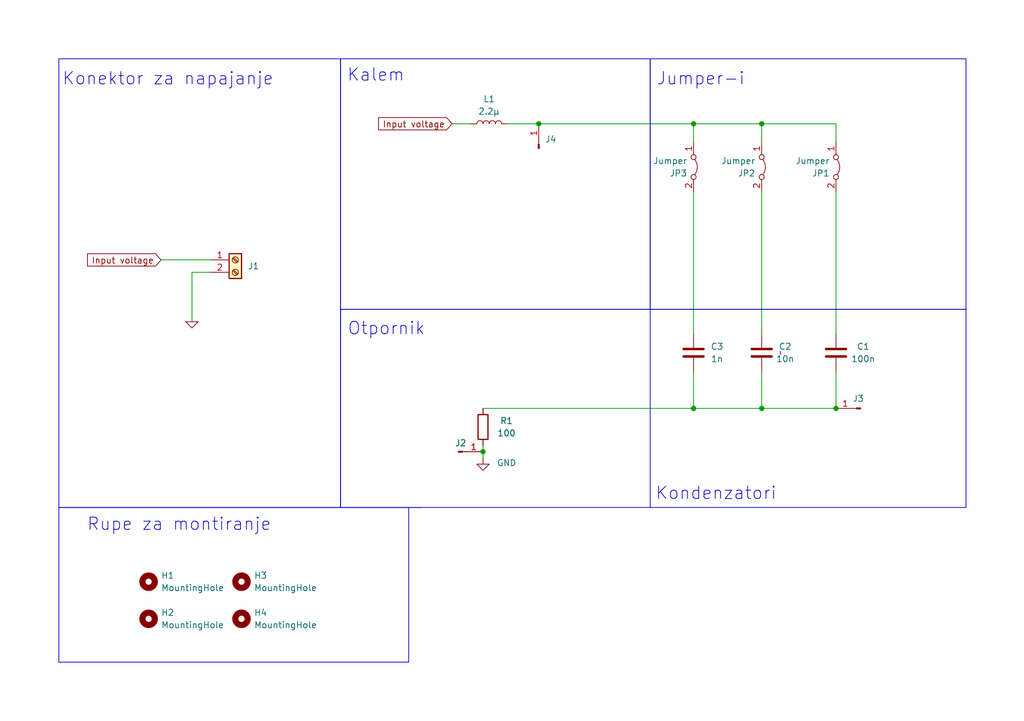
<source format=kicad_sch>
(kicad_sch
	(version 20250114)
	(generator "eeschema")
	(generator_version "9.0")
	(uuid "2ea90418-781f-4e7d-8b69-ef16a0f31723")
	(paper "A5")
	(lib_symbols
		(symbol "Connector:Conn_01x01_Pin"
			(pin_names
				(offset 1.016)
				(hide yes)
			)
			(exclude_from_sim no)
			(in_bom yes)
			(on_board yes)
			(property "Reference" "J"
				(at 0 2.54 0)
				(effects
					(font
						(size 1.27 1.27)
					)
				)
			)
			(property "Value" "Conn_01x01_Pin"
				(at 0 -2.54 0)
				(effects
					(font
						(size 1.27 1.27)
					)
				)
			)
			(property "Footprint" ""
				(at 0 0 0)
				(effects
					(font
						(size 1.27 1.27)
					)
					(hide yes)
				)
			)
			(property "Datasheet" "~"
				(at 0 0 0)
				(effects
					(font
						(size 1.27 1.27)
					)
					(hide yes)
				)
			)
			(property "Description" "Generic connector, single row, 01x01, script generated"
				(at 0 0 0)
				(effects
					(font
						(size 1.27 1.27)
					)
					(hide yes)
				)
			)
			(property "ki_locked" ""
				(at 0 0 0)
				(effects
					(font
						(size 1.27 1.27)
					)
				)
			)
			(property "ki_keywords" "connector"
				(at 0 0 0)
				(effects
					(font
						(size 1.27 1.27)
					)
					(hide yes)
				)
			)
			(property "ki_fp_filters" "Connector*:*_1x??_*"
				(at 0 0 0)
				(effects
					(font
						(size 1.27 1.27)
					)
					(hide yes)
				)
			)
			(symbol "Conn_01x01_Pin_1_1"
				(rectangle
					(start 0.8636 0.127)
					(end 0 -0.127)
					(stroke
						(width 0.1524)
						(type default)
					)
					(fill
						(type outline)
					)
				)
				(polyline
					(pts
						(xy 1.27 0) (xy 0.8636 0)
					)
					(stroke
						(width 0.1524)
						(type default)
					)
					(fill
						(type none)
					)
				)
				(pin passive line
					(at 5.08 0 180)
					(length 3.81)
					(name "Pin_1"
						(effects
							(font
								(size 1.27 1.27)
							)
						)
					)
					(number "1"
						(effects
							(font
								(size 1.27 1.27)
							)
						)
					)
				)
			)
			(embedded_fonts no)
		)
		(symbol "Connector:Screw_Terminal_01x02"
			(pin_names
				(offset 1.016)
				(hide yes)
			)
			(exclude_from_sim no)
			(in_bom yes)
			(on_board yes)
			(property "Reference" "J"
				(at 0 2.54 0)
				(effects
					(font
						(size 1.27 1.27)
					)
				)
			)
			(property "Value" "Screw_Terminal_01x02"
				(at 0 -5.08 0)
				(effects
					(font
						(size 1.27 1.27)
					)
				)
			)
			(property "Footprint" ""
				(at 0 0 0)
				(effects
					(font
						(size 1.27 1.27)
					)
					(hide yes)
				)
			)
			(property "Datasheet" "~"
				(at 0 0 0)
				(effects
					(font
						(size 1.27 1.27)
					)
					(hide yes)
				)
			)
			(property "Description" "Generic screw terminal, single row, 01x02, script generated (kicad-library-utils/schlib/autogen/connector/)"
				(at 0 0 0)
				(effects
					(font
						(size 1.27 1.27)
					)
					(hide yes)
				)
			)
			(property "ki_keywords" "screw terminal"
				(at 0 0 0)
				(effects
					(font
						(size 1.27 1.27)
					)
					(hide yes)
				)
			)
			(property "ki_fp_filters" "TerminalBlock*:*"
				(at 0 0 0)
				(effects
					(font
						(size 1.27 1.27)
					)
					(hide yes)
				)
			)
			(symbol "Screw_Terminal_01x02_1_1"
				(rectangle
					(start -1.27 1.27)
					(end 1.27 -3.81)
					(stroke
						(width 0.254)
						(type default)
					)
					(fill
						(type background)
					)
				)
				(polyline
					(pts
						(xy -0.5334 0.3302) (xy 0.3302 -0.508)
					)
					(stroke
						(width 0.1524)
						(type default)
					)
					(fill
						(type none)
					)
				)
				(polyline
					(pts
						(xy -0.5334 -2.2098) (xy 0.3302 -3.048)
					)
					(stroke
						(width 0.1524)
						(type default)
					)
					(fill
						(type none)
					)
				)
				(polyline
					(pts
						(xy -0.3556 0.508) (xy 0.508 -0.3302)
					)
					(stroke
						(width 0.1524)
						(type default)
					)
					(fill
						(type none)
					)
				)
				(polyline
					(pts
						(xy -0.3556 -2.032) (xy 0.508 -2.8702)
					)
					(stroke
						(width 0.1524)
						(type default)
					)
					(fill
						(type none)
					)
				)
				(circle
					(center 0 0)
					(radius 0.635)
					(stroke
						(width 0.1524)
						(type default)
					)
					(fill
						(type none)
					)
				)
				(circle
					(center 0 -2.54)
					(radius 0.635)
					(stroke
						(width 0.1524)
						(type default)
					)
					(fill
						(type none)
					)
				)
				(pin passive line
					(at -5.08 0 0)
					(length 3.81)
					(name "Pin_1"
						(effects
							(font
								(size 1.27 1.27)
							)
						)
					)
					(number "1"
						(effects
							(font
								(size 1.27 1.27)
							)
						)
					)
				)
				(pin passive line
					(at -5.08 -2.54 0)
					(length 3.81)
					(name "Pin_2"
						(effects
							(font
								(size 1.27 1.27)
							)
						)
					)
					(number "2"
						(effects
							(font
								(size 1.27 1.27)
							)
						)
					)
				)
			)
			(embedded_fonts no)
		)
		(symbol "Device:C"
			(pin_numbers
				(hide yes)
			)
			(pin_names
				(offset 0.254)
			)
			(exclude_from_sim no)
			(in_bom yes)
			(on_board yes)
			(property "Reference" "C"
				(at 0.635 2.54 0)
				(effects
					(font
						(size 1.27 1.27)
					)
					(justify left)
				)
			)
			(property "Value" "C"
				(at 0.635 -2.54 0)
				(effects
					(font
						(size 1.27 1.27)
					)
					(justify left)
				)
			)
			(property "Footprint" ""
				(at 0.9652 -3.81 0)
				(effects
					(font
						(size 1.27 1.27)
					)
					(hide yes)
				)
			)
			(property "Datasheet" "~"
				(at 0 0 0)
				(effects
					(font
						(size 1.27 1.27)
					)
					(hide yes)
				)
			)
			(property "Description" "Unpolarized capacitor"
				(at 0 0 0)
				(effects
					(font
						(size 1.27 1.27)
					)
					(hide yes)
				)
			)
			(property "ki_keywords" "cap capacitor"
				(at 0 0 0)
				(effects
					(font
						(size 1.27 1.27)
					)
					(hide yes)
				)
			)
			(property "ki_fp_filters" "C_*"
				(at 0 0 0)
				(effects
					(font
						(size 1.27 1.27)
					)
					(hide yes)
				)
			)
			(symbol "C_0_1"
				(polyline
					(pts
						(xy -2.032 0.762) (xy 2.032 0.762)
					)
					(stroke
						(width 0.508)
						(type default)
					)
					(fill
						(type none)
					)
				)
				(polyline
					(pts
						(xy -2.032 -0.762) (xy 2.032 -0.762)
					)
					(stroke
						(width 0.508)
						(type default)
					)
					(fill
						(type none)
					)
				)
			)
			(symbol "C_1_1"
				(pin passive line
					(at 0 3.81 270)
					(length 2.794)
					(name "~"
						(effects
							(font
								(size 1.27 1.27)
							)
						)
					)
					(number "1"
						(effects
							(font
								(size 1.27 1.27)
							)
						)
					)
				)
				(pin passive line
					(at 0 -3.81 90)
					(length 2.794)
					(name "~"
						(effects
							(font
								(size 1.27 1.27)
							)
						)
					)
					(number "2"
						(effects
							(font
								(size 1.27 1.27)
							)
						)
					)
				)
			)
			(embedded_fonts no)
		)
		(symbol "Device:L"
			(pin_numbers
				(hide yes)
			)
			(pin_names
				(offset 1.016)
				(hide yes)
			)
			(exclude_from_sim no)
			(in_bom yes)
			(on_board yes)
			(property "Reference" "L"
				(at -1.27 0 90)
				(effects
					(font
						(size 1.27 1.27)
					)
				)
			)
			(property "Value" "L"
				(at 1.905 0 90)
				(effects
					(font
						(size 1.27 1.27)
					)
				)
			)
			(property "Footprint" ""
				(at 0 0 0)
				(effects
					(font
						(size 1.27 1.27)
					)
					(hide yes)
				)
			)
			(property "Datasheet" "~"
				(at 0 0 0)
				(effects
					(font
						(size 1.27 1.27)
					)
					(hide yes)
				)
			)
			(property "Description" "Inductor"
				(at 0 0 0)
				(effects
					(font
						(size 1.27 1.27)
					)
					(hide yes)
				)
			)
			(property "ki_keywords" "inductor choke coil reactor magnetic"
				(at 0 0 0)
				(effects
					(font
						(size 1.27 1.27)
					)
					(hide yes)
				)
			)
			(property "ki_fp_filters" "Choke_* *Coil* Inductor_* L_*"
				(at 0 0 0)
				(effects
					(font
						(size 1.27 1.27)
					)
					(hide yes)
				)
			)
			(symbol "L_0_1"
				(arc
					(start 0 2.54)
					(mid 0.6323 1.905)
					(end 0 1.27)
					(stroke
						(width 0)
						(type default)
					)
					(fill
						(type none)
					)
				)
				(arc
					(start 0 1.27)
					(mid 0.6323 0.635)
					(end 0 0)
					(stroke
						(width 0)
						(type default)
					)
					(fill
						(type none)
					)
				)
				(arc
					(start 0 0)
					(mid 0.6323 -0.635)
					(end 0 -1.27)
					(stroke
						(width 0)
						(type default)
					)
					(fill
						(type none)
					)
				)
				(arc
					(start 0 -1.27)
					(mid 0.6323 -1.905)
					(end 0 -2.54)
					(stroke
						(width 0)
						(type default)
					)
					(fill
						(type none)
					)
				)
			)
			(symbol "L_1_1"
				(pin passive line
					(at 0 3.81 270)
					(length 1.27)
					(name "1"
						(effects
							(font
								(size 1.27 1.27)
							)
						)
					)
					(number "1"
						(effects
							(font
								(size 1.27 1.27)
							)
						)
					)
				)
				(pin passive line
					(at 0 -3.81 90)
					(length 1.27)
					(name "2"
						(effects
							(font
								(size 1.27 1.27)
							)
						)
					)
					(number "2"
						(effects
							(font
								(size 1.27 1.27)
							)
						)
					)
				)
			)
			(embedded_fonts no)
		)
		(symbol "Device:R"
			(pin_numbers
				(hide yes)
			)
			(pin_names
				(offset 0)
			)
			(exclude_from_sim no)
			(in_bom yes)
			(on_board yes)
			(property "Reference" "R"
				(at 2.032 0 90)
				(effects
					(font
						(size 1.27 1.27)
					)
				)
			)
			(property "Value" "R"
				(at 0 0 90)
				(effects
					(font
						(size 1.27 1.27)
					)
				)
			)
			(property "Footprint" ""
				(at -1.778 0 90)
				(effects
					(font
						(size 1.27 1.27)
					)
					(hide yes)
				)
			)
			(property "Datasheet" "~"
				(at 0 0 0)
				(effects
					(font
						(size 1.27 1.27)
					)
					(hide yes)
				)
			)
			(property "Description" "Resistor"
				(at 0 0 0)
				(effects
					(font
						(size 1.27 1.27)
					)
					(hide yes)
				)
			)
			(property "ki_keywords" "R res resistor"
				(at 0 0 0)
				(effects
					(font
						(size 1.27 1.27)
					)
					(hide yes)
				)
			)
			(property "ki_fp_filters" "R_*"
				(at 0 0 0)
				(effects
					(font
						(size 1.27 1.27)
					)
					(hide yes)
				)
			)
			(symbol "R_0_1"
				(rectangle
					(start -1.016 -2.54)
					(end 1.016 2.54)
					(stroke
						(width 0.254)
						(type default)
					)
					(fill
						(type none)
					)
				)
			)
			(symbol "R_1_1"
				(pin passive line
					(at 0 3.81 270)
					(length 1.27)
					(name "~"
						(effects
							(font
								(size 1.27 1.27)
							)
						)
					)
					(number "1"
						(effects
							(font
								(size 1.27 1.27)
							)
						)
					)
				)
				(pin passive line
					(at 0 -3.81 90)
					(length 1.27)
					(name "~"
						(effects
							(font
								(size 1.27 1.27)
							)
						)
					)
					(number "2"
						(effects
							(font
								(size 1.27 1.27)
							)
						)
					)
				)
			)
			(embedded_fonts no)
		)
		(symbol "Jumper:Jumper_2_Bridged"
			(pin_names
				(offset 0)
				(hide yes)
			)
			(exclude_from_sim no)
			(in_bom yes)
			(on_board yes)
			(property "Reference" "JP"
				(at 0 1.905 0)
				(effects
					(font
						(size 1.27 1.27)
					)
				)
			)
			(property "Value" "Jumper_2_Bridged"
				(at 0 -2.54 0)
				(effects
					(font
						(size 1.27 1.27)
					)
				)
			)
			(property "Footprint" ""
				(at 0 0 0)
				(effects
					(font
						(size 1.27 1.27)
					)
					(hide yes)
				)
			)
			(property "Datasheet" "~"
				(at 0 0 0)
				(effects
					(font
						(size 1.27 1.27)
					)
					(hide yes)
				)
			)
			(property "Description" "Jumper, 2-pole, closed/bridged"
				(at 0 0 0)
				(effects
					(font
						(size 1.27 1.27)
					)
					(hide yes)
				)
			)
			(property "ki_keywords" "Jumper SPST"
				(at 0 0 0)
				(effects
					(font
						(size 1.27 1.27)
					)
					(hide yes)
				)
			)
			(property "ki_fp_filters" "Jumper* TestPoint*2Pads* TestPoint*Bridge*"
				(at 0 0 0)
				(effects
					(font
						(size 1.27 1.27)
					)
					(hide yes)
				)
			)
			(symbol "Jumper_2_Bridged_0_0"
				(circle
					(center -2.032 0)
					(radius 0.508)
					(stroke
						(width 0)
						(type default)
					)
					(fill
						(type none)
					)
				)
				(circle
					(center 2.032 0)
					(radius 0.508)
					(stroke
						(width 0)
						(type default)
					)
					(fill
						(type none)
					)
				)
			)
			(symbol "Jumper_2_Bridged_0_1"
				(arc
					(start -1.524 0.254)
					(mid 0 0.762)
					(end 1.524 0.254)
					(stroke
						(width 0)
						(type default)
					)
					(fill
						(type none)
					)
				)
			)
			(symbol "Jumper_2_Bridged_1_1"
				(pin passive line
					(at -5.08 0 0)
					(length 2.54)
					(name "A"
						(effects
							(font
								(size 1.27 1.27)
							)
						)
					)
					(number "1"
						(effects
							(font
								(size 1.27 1.27)
							)
						)
					)
				)
				(pin passive line
					(at 5.08 0 180)
					(length 2.54)
					(name "B"
						(effects
							(font
								(size 1.27 1.27)
							)
						)
					)
					(number "2"
						(effects
							(font
								(size 1.27 1.27)
							)
						)
					)
				)
			)
			(embedded_fonts no)
		)
		(symbol "Mechanical:MountingHole"
			(pin_names
				(offset 1.016)
			)
			(exclude_from_sim no)
			(in_bom yes)
			(on_board yes)
			(property "Reference" "H"
				(at 0 5.08 0)
				(effects
					(font
						(size 1.27 1.27)
					)
				)
			)
			(property "Value" "MountingHole"
				(at 0 3.175 0)
				(effects
					(font
						(size 1.27 1.27)
					)
				)
			)
			(property "Footprint" ""
				(at 0 0 0)
				(effects
					(font
						(size 1.27 1.27)
					)
					(hide yes)
				)
			)
			(property "Datasheet" "~"
				(at 0 0 0)
				(effects
					(font
						(size 1.27 1.27)
					)
					(hide yes)
				)
			)
			(property "Description" "Mounting Hole without connection"
				(at 0 0 0)
				(effects
					(font
						(size 1.27 1.27)
					)
					(hide yes)
				)
			)
			(property "ki_keywords" "mounting hole"
				(at 0 0 0)
				(effects
					(font
						(size 1.27 1.27)
					)
					(hide yes)
				)
			)
			(property "ki_fp_filters" "MountingHole*"
				(at 0 0 0)
				(effects
					(font
						(size 1.27 1.27)
					)
					(hide yes)
				)
			)
			(symbol "MountingHole_0_1"
				(circle
					(center 0 0)
					(radius 1.27)
					(stroke
						(width 1.27)
						(type default)
					)
					(fill
						(type none)
					)
				)
			)
			(embedded_fonts no)
		)
		(symbol "Simulation_SPICE:0"
			(power)
			(pin_names
				(offset 0)
			)
			(exclude_from_sim no)
			(in_bom yes)
			(on_board yes)
			(property "Reference" "#GND"
				(at 0 -2.54 0)
				(effects
					(font
						(size 1.27 1.27)
					)
					(hide yes)
				)
			)
			(property "Value" "0"
				(at 0 -1.778 0)
				(effects
					(font
						(size 1.27 1.27)
					)
				)
			)
			(property "Footprint" ""
				(at 0 0 0)
				(effects
					(font
						(size 1.27 1.27)
					)
					(hide yes)
				)
			)
			(property "Datasheet" "~"
				(at 0 0 0)
				(effects
					(font
						(size 1.27 1.27)
					)
					(hide yes)
				)
			)
			(property "Description" "0V reference potential for simulation"
				(at 0 0 0)
				(effects
					(font
						(size 1.27 1.27)
					)
					(hide yes)
				)
			)
			(property "ki_keywords" "simulation"
				(at 0 0 0)
				(effects
					(font
						(size 1.27 1.27)
					)
					(hide yes)
				)
			)
			(symbol "0_0_1"
				(polyline
					(pts
						(xy -1.27 0) (xy 0 -1.27) (xy 1.27 0) (xy -1.27 0)
					)
					(stroke
						(width 0)
						(type default)
					)
					(fill
						(type none)
					)
				)
			)
			(symbol "0_1_1"
				(pin power_in line
					(at 0 0 0)
					(length 0)
					(hide yes)
					(name "0"
						(effects
							(font
								(size 1.016 1.016)
							)
						)
					)
					(number "1"
						(effects
							(font
								(size 1.016 1.016)
							)
						)
					)
				)
			)
			(embedded_fonts no)
		)
		(symbol "power:GND"
			(power)
			(pin_numbers
				(hide yes)
			)
			(pin_names
				(offset 0)
				(hide yes)
			)
			(exclude_from_sim no)
			(in_bom yes)
			(on_board yes)
			(property "Reference" "#PWR"
				(at 0 -6.35 0)
				(effects
					(font
						(size 1.27 1.27)
					)
					(hide yes)
				)
			)
			(property "Value" "GND"
				(at 0 -3.81 0)
				(effects
					(font
						(size 1.27 1.27)
					)
				)
			)
			(property "Footprint" ""
				(at 0 0 0)
				(effects
					(font
						(size 1.27 1.27)
					)
					(hide yes)
				)
			)
			(property "Datasheet" ""
				(at 0 0 0)
				(effects
					(font
						(size 1.27 1.27)
					)
					(hide yes)
				)
			)
			(property "Description" "Power symbol creates a global label with name \"GND\" , ground"
				(at 0 0 0)
				(effects
					(font
						(size 1.27 1.27)
					)
					(hide yes)
				)
			)
			(property "ki_keywords" "global power"
				(at 0 0 0)
				(effects
					(font
						(size 1.27 1.27)
					)
					(hide yes)
				)
			)
			(symbol "GND_0_1"
				(polyline
					(pts
						(xy 0 0) (xy 0 -1.27) (xy 1.27 -1.27) (xy 0 -2.54) (xy -1.27 -1.27) (xy 0 -1.27)
					)
					(stroke
						(width 0)
						(type default)
					)
					(fill
						(type none)
					)
				)
			)
			(symbol "GND_1_1"
				(pin power_in line
					(at 0 0 270)
					(length 0)
					(name "~"
						(effects
							(font
								(size 1.27 1.27)
							)
						)
					)
					(number "1"
						(effects
							(font
								(size 1.27 1.27)
							)
						)
					)
				)
			)
			(embedded_fonts no)
		)
	)
	(rectangle
		(start 133.35 12.065)
		(end 198.12 63.5)
		(stroke
			(width 0)
			(type default)
		)
		(fill
			(type none)
		)
		(uuid 1dea124c-aea9-4b00-85b8-a5c188f4e9b9)
	)
	(rectangle
		(start 69.85 12.065)
		(end 133.35 63.5)
		(stroke
			(width 0)
			(type default)
		)
		(fill
			(type none)
		)
		(uuid 935786de-daf8-41cb-9ded-2f6698c77e26)
	)
	(rectangle
		(start 12.065 104.14)
		(end 83.82 135.89)
		(stroke
			(width 0)
			(type default)
		)
		(fill
			(type none)
		)
		(uuid 97a054b9-de6e-4e66-b267-1b938978b43d)
	)
	(rectangle
		(start 69.85 63.5)
		(end 198.12 104.14)
		(stroke
			(width 0)
			(type default)
		)
		(fill
			(type none)
		)
		(uuid c4011a34-6343-49c5-a2b4-b25cd96e5e04)
	)
	(rectangle
		(start 12.065 12.065)
		(end 69.85 104.14)
		(stroke
			(width 0)
			(type default)
		)
		(fill
			(type none)
		)
		(uuid f5f8a8f0-4acb-4679-9e20-fca6cd98af5e)
	)
	(text "Kondenzatori"
		(exclude_from_sim no)
		(at 134.366 102.87 0)
		(effects
			(font
				(size 2.54 2.54)
			)
			(justify left bottom)
		)
		(uuid "30b4f4bc-df68-48af-9adf-862c684a07fe")
	)
	(text "Otpornik"
		(exclude_from_sim no)
		(at 79.248 67.564 0)
		(effects
			(font
				(size 2.54 2.54)
			)
		)
		(uuid "5f7933c6-5b1b-4be7-9f56-0f5851db0dcb")
	)
	(text "Rupe za montiranje\n"
		(exclude_from_sim no)
		(at 17.78 109.22 0)
		(effects
			(font
				(size 2.54 2.54)
			)
			(justify left bottom)
		)
		(uuid "8f23c541-ebb3-40c0-ad27-fa8fe8bd7dc3")
	)
	(text "Kalem\n"
		(exclude_from_sim no)
		(at 71.12 17.018 0)
		(effects
			(font
				(size 2.54 2.54)
			)
			(justify left bottom)
		)
		(uuid "9df0fbe5-1237-4de3-9fa8-7d7be09d17a6")
	)
	(text "Konektor za napajanje"
		(exclude_from_sim no)
		(at 12.7 17.78 0)
		(effects
			(font
				(size 2.54 2.54)
			)
			(justify left bottom)
		)
		(uuid "bb6b9787-2da8-4aeb-a9da-836a22558541")
	)
	(text "Jumper-i"
		(exclude_from_sim no)
		(at 134.62 17.78 0)
		(effects
			(font
				(size 2.54 2.54)
			)
			(justify left bottom)
		)
		(uuid "fb58ac89-ff85-4aab-8506-9d9697858f80")
	)
	(junction
		(at 110.49 25.4)
		(diameter 0)
		(color 0 0 0 0)
		(uuid "1855377f-0824-4a94-b294-ef4d6cac651d")
	)
	(junction
		(at 156.21 25.4)
		(diameter 0)
		(color 0 0 0 0)
		(uuid "67b1ce27-716f-4688-8de8-d489aaf091ae")
	)
	(junction
		(at 99.06 92.71)
		(diameter 0)
		(color 0 0 0 0)
		(uuid "acd9bdfa-ef96-490d-9af6-5a2a5a31216d")
	)
	(junction
		(at 171.45 83.82)
		(diameter 0)
		(color 0 0 0 0)
		(uuid "b4eaf63d-b699-4a7e-a689-bafeed8c8c90")
	)
	(junction
		(at 156.21 83.82)
		(diameter 0)
		(color 0 0 0 0)
		(uuid "c55f0484-cf4f-4f06-a479-42fff3e9205f")
	)
	(junction
		(at 142.24 25.4)
		(diameter 0)
		(color 0 0 0 0)
		(uuid "ecdfe022-0340-4dcb-9390-e60d62053a56")
	)
	(junction
		(at 142.24 83.82)
		(diameter 0)
		(color 0 0 0 0)
		(uuid "eea9975a-9975-44b6-9f10-7aef04758c5f")
	)
	(wire
		(pts
			(xy 99.06 92.71) (xy 99.06 91.44)
		)
		(stroke
			(width 0)
			(type default)
		)
		(uuid "0367bdbe-2ca7-446d-aca0-dc3604749af5")
	)
	(wire
		(pts
			(xy 39.37 55.88) (xy 43.18 55.88)
		)
		(stroke
			(width 0)
			(type default)
		)
		(uuid "06cf8b09-ef40-484b-8c7a-19822193603b")
	)
	(wire
		(pts
			(xy 39.37 55.88) (xy 39.37 66.04)
		)
		(stroke
			(width 0)
			(type default)
		)
		(uuid "08af0616-9685-4f78-a187-f24b19b2273f")
	)
	(wire
		(pts
			(xy 171.45 39.37) (xy 171.45 68.58)
		)
		(stroke
			(width 0)
			(type default)
		)
		(uuid "10ce79d8-8b02-4fc4-a1e0-1abb6b03cb55")
	)
	(wire
		(pts
			(xy 142.24 83.82) (xy 156.21 83.82)
		)
		(stroke
			(width 0)
			(type default)
		)
		(uuid "2a58bdb7-8540-420e-b9eb-014e33ccd1d2")
	)
	(wire
		(pts
			(xy 92.71 25.4) (xy 96.52 25.4)
		)
		(stroke
			(width 0)
			(type default)
		)
		(uuid "4e69d52d-f799-4f95-a332-286f3bf84012")
	)
	(wire
		(pts
			(xy 171.45 83.82) (xy 156.21 83.82)
		)
		(stroke
			(width 0)
			(type default)
		)
		(uuid "516f479a-4f89-45d2-83b4-7eb1f4f8e600")
	)
	(wire
		(pts
			(xy 156.21 25.4) (xy 156.21 29.21)
		)
		(stroke
			(width 0)
			(type default)
		)
		(uuid "576d7057-1a69-40b1-8226-4161cc99fa4c")
	)
	(wire
		(pts
			(xy 156.21 39.37) (xy 156.21 68.58)
		)
		(stroke
			(width 0)
			(type default)
		)
		(uuid "5d39093a-857b-46b2-bbaa-0af368e3e3dc")
	)
	(polyline
		(pts
			(xy 133.35 63.5) (xy 133.35 104.14)
		)
		(stroke
			(width 0)
			(type default)
		)
		(uuid "5d9a9d43-7f12-4c9f-a0ab-160be1c878cf")
	)
	(wire
		(pts
			(xy 99.06 83.82) (xy 142.24 83.82)
		)
		(stroke
			(width 0)
			(type default)
		)
		(uuid "8bf5b247-ce1c-4b4f-b99b-1150c1c39268")
	)
	(wire
		(pts
			(xy 142.24 76.2) (xy 142.24 83.82)
		)
		(stroke
			(width 0)
			(type default)
		)
		(uuid "95f9d076-dde0-4820-9eb0-a5f747b2e6f2")
	)
	(wire
		(pts
			(xy 142.24 25.4) (xy 142.24 29.21)
		)
		(stroke
			(width 0)
			(type default)
		)
		(uuid "a3ca0419-edf1-414d-8d7c-6e7b252bbe72")
	)
	(wire
		(pts
			(xy 156.21 83.82) (xy 156.21 76.2)
		)
		(stroke
			(width 0)
			(type default)
		)
		(uuid "ba6cb273-b0bf-42a3-bbf3-7ab67d8e7730")
	)
	(wire
		(pts
			(xy 171.45 25.4) (xy 171.45 29.21)
		)
		(stroke
			(width 0)
			(type default)
		)
		(uuid "c0baf634-fe57-449f-a1e1-c9bf5e0ff028")
	)
	(wire
		(pts
			(xy 43.18 53.34) (xy 33.02 53.34)
		)
		(stroke
			(width 0)
			(type default)
		)
		(uuid "c8bb36b5-793d-474d-b4ac-1d3b9032c5bf")
	)
	(wire
		(pts
			(xy 142.24 39.37) (xy 142.24 68.58)
		)
		(stroke
			(width 0)
			(type default)
		)
		(uuid "dd09d363-8e74-4a93-86e0-15c5e434a6fb")
	)
	(wire
		(pts
			(xy 83.82 104.14) (xy 86.36 104.14)
		)
		(stroke
			(width 0)
			(type default)
		)
		(uuid "e16348be-781a-4680-acb5-d232fec7a737")
	)
	(wire
		(pts
			(xy 110.49 25.4) (xy 142.24 25.4)
		)
		(stroke
			(width 0)
			(type default)
		)
		(uuid "e374af6c-bffe-4da5-a269-51f7e702adc8")
	)
	(wire
		(pts
			(xy 156.21 25.4) (xy 171.45 25.4)
		)
		(stroke
			(width 0)
			(type default)
		)
		(uuid "e6604cf3-3472-423f-8e15-621459f069c8")
	)
	(wire
		(pts
			(xy 142.24 25.4) (xy 156.21 25.4)
		)
		(stroke
			(width 0)
			(type default)
		)
		(uuid "e8bc6e5c-c7df-4f2b-b150-9078577faed9")
	)
	(wire
		(pts
			(xy 171.45 76.2) (xy 171.45 83.82)
		)
		(stroke
			(width 0)
			(type default)
		)
		(uuid "f12bfcae-5416-4ca2-a45d-acedb900ce08")
	)
	(wire
		(pts
			(xy 104.14 25.4) (xy 110.49 25.4)
		)
		(stroke
			(width 0)
			(type default)
		)
		(uuid "f5cf0c10-bd72-4c87-9bb4-a2379ee065a4")
	)
	(wire
		(pts
			(xy 99.06 92.71) (xy 99.06 93.98)
		)
		(stroke
			(width 0)
			(type default)
		)
		(uuid "f826130b-6d96-4152-a5fc-6d2e53ad92f3")
	)
	(global_label "Input voltage"
		(shape input)
		(at 92.71 25.4 180)
		(fields_autoplaced yes)
		(effects
			(font
				(size 1.27 1.27)
			)
			(justify right)
		)
		(uuid "0471a4ac-8bc5-4dad-b817-056fd2a2ddc7")
		(property "Intersheetrefs" "${INTERSHEET_REFS}"
			(at 77.0856 25.4 0)
			(effects
				(font
					(size 1.27 1.27)
				)
				(justify right)
				(hide yes)
			)
		)
	)
	(global_label "Input voltage"
		(shape input)
		(at 33.02 53.34 180)
		(fields_autoplaced yes)
		(effects
			(font
				(size 1.27 1.27)
			)
			(justify right)
		)
		(uuid "67102e9b-ad4a-4631-a8c0-e86f11826d15")
		(property "Intersheetrefs" "${INTERSHEET_REFS}"
			(at 17.3956 53.34 0)
			(effects
				(font
					(size 1.27 1.27)
				)
				(justify right)
				(hide yes)
			)
		)
	)
	(symbol
		(lib_id "Device:C")
		(at 156.21 72.39 0)
		(unit 1)
		(exclude_from_sim no)
		(in_bom yes)
		(on_board yes)
		(dnp no)
		(uuid "016f13f2-b598-4c61-9954-4476efc1b8bd")
		(property "Reference" "C2"
			(at 161.036 71.12 0)
			(effects
				(font
					(size 1.27 1.27)
				)
			)
		)
		(property "Value" "10n"
			(at 161.036 73.66 0)
			(effects
				(font
					(size 1.27 1.27)
				)
			)
		)
		(property "Footprint" "Capacitor_SMD:C_1206_3216Metric"
			(at 157.1752 76.2 0)
			(effects
				(font
					(size 1.27 1.27)
				)
				(hide yes)
			)
		)
		(property "Datasheet" "~"
			(at 160.02 72.39 90)
			(effects
				(font
					(size 1.27 1.27)
				)
			)
		)
		(property "Description" "Unpolarized capacitor"
			(at 156.21 72.39 0)
			(effects
				(font
					(size 1.27 1.27)
				)
				(hide yes)
			)
		)
		(property "LCSC" "  C1846"
			(at 156.21 72.39 0)
			(effects
				(font
					(size 1.27 1.27)
				)
				(hide yes)
			)
		)
		(pin "1"
			(uuid "5995c12c-7ff8-4512-b801-61a1491890f4")
		)
		(pin "2"
			(uuid "3f07f26a-7c11-479f-a048-37847d0c3192")
		)
		(instances
			(project "LCv2.0pep#9"
				(path "/2ea90418-781f-4e7d-8b69-ef16a0f31723"
					(reference "C2")
					(unit 1)
				)
			)
		)
	)
	(symbol
		(lib_id "Jumper:Jumper_2_Bridged")
		(at 171.45 34.29 270)
		(unit 1)
		(exclude_from_sim no)
		(in_bom yes)
		(on_board yes)
		(dnp no)
		(uuid "0b7d66cd-23e4-4556-9bc2-58ee8ee43a0e")
		(property "Reference" "JP1"
			(at 170.18 35.56 90)
			(effects
				(font
					(size 1.27 1.27)
				)
				(justify right)
			)
		)
		(property "Value" "Jumper"
			(at 170.18 33.02 90)
			(effects
				(font
					(size 1.27 1.27)
				)
				(justify right)
			)
		)
		(property "Footprint" "Connector_PinHeader_2.54mm:PinHeader_1x02_P2.54mm_Vertical"
			(at 171.45 34.29 0)
			(effects
				(font
					(size 1.27 1.27)
				)
				(hide yes)
			)
		)
		(property "Datasheet" "~"
			(at 171.45 34.29 0)
			(effects
				(font
					(size 1.27 1.27)
				)
				(hide yes)
			)
		)
		(property "Description" ""
			(at 171.45 34.29 0)
			(effects
				(font
					(size 1.27 1.27)
				)
				(hide yes)
			)
		)
		(pin "2"
			(uuid "d8803b64-dbeb-448c-9e28-33df09c6167d")
		)
		(pin "1"
			(uuid "30e414c6-11e8-49e9-ab4c-4f2b59e78ff5")
		)
		(instances
			(project "LCv2.0pep#9"
				(path "/2ea90418-781f-4e7d-8b69-ef16a0f31723"
					(reference "JP1")
					(unit 1)
				)
			)
		)
	)
	(symbol
		(lib_id "Mechanical:MountingHole")
		(at 49.53 127 0)
		(unit 1)
		(exclude_from_sim no)
		(in_bom yes)
		(on_board yes)
		(dnp no)
		(fields_autoplaced yes)
		(uuid "38cf2c01-fea0-4cc2-b7df-489af1e8ea43")
		(property "Reference" "H4"
			(at 52.07 125.73 0)
			(effects
				(font
					(size 1.27 1.27)
				)
				(justify left)
			)
		)
		(property "Value" "MountingHole"
			(at 52.07 128.27 0)
			(effects
				(font
					(size 1.27 1.27)
				)
				(justify left)
			)
		)
		(property "Footprint" "MountingHole:MountingHole_3.2mm_M3_ISO14580_Pad_TopBottom"
			(at 49.53 127 0)
			(effects
				(font
					(size 1.27 1.27)
				)
				(hide yes)
			)
		)
		(property "Datasheet" "~"
			(at 49.53 127 0)
			(effects
				(font
					(size 1.27 1.27)
				)
				(hide yes)
			)
		)
		(property "Description" ""
			(at 49.53 127 0)
			(effects
				(font
					(size 1.27 1.27)
				)
				(hide yes)
			)
		)
		(instances
			(project "LCv2.0pep#9"
				(path "/2ea90418-781f-4e7d-8b69-ef16a0f31723"
					(reference "H4")
					(unit 1)
				)
			)
		)
	)
	(symbol
		(lib_id "Connector:Screw_Terminal_01x02")
		(at 48.26 53.34 0)
		(unit 1)
		(exclude_from_sim yes)
		(in_bom yes)
		(on_board yes)
		(dnp no)
		(uuid "44b97f1c-ac67-4ff9-9737-4e6cab2728eb")
		(property "Reference" "J1"
			(at 50.8 54.61 0)
			(effects
				(font
					(size 1.27 1.27)
				)
				(justify left)
			)
		)
		(property "Value" "Screw_Terminal_01x02"
			(at 42.926 58.928 0)
			(effects
				(font
					(size 1.27 1.27)
				)
				(justify left)
				(hide yes)
			)
		)
		(property "Footprint" "TerminalBlock_Phoenix:TerminalBlock_Phoenix_MKDS-1,5-2-5.08_1x02_P5.08mm_Horizontal"
			(at 48.26 53.34 0)
			(effects
				(font
					(size 1.27 1.27)
				)
				(hide yes)
			)
		)
		(property "Datasheet" "~"
			(at 48.26 53.34 0)
			(effects
				(font
					(size 1.27 1.27)
				)
				(hide yes)
			)
		)
		(property "Description" ""
			(at 48.26 53.34 0)
			(effects
				(font
					(size 1.27 1.27)
				)
				(hide yes)
			)
		)
		(property "LSCS" ""
			(at 48.26 53.34 0)
			(effects
				(font
					(size 1.27 1.27)
				)
				(hide yes)
			)
		)
		(pin "1"
			(uuid "122efc2b-69f3-4f9d-8553-c98c02bd55f8")
		)
		(pin "2"
			(uuid "ce42a7e3-5626-4e3a-bae4-f191e0dac1c3")
		)
		(instances
			(project "LCv2.0pep#9"
				(path "/2ea90418-781f-4e7d-8b69-ef16a0f31723"
					(reference "J1")
					(unit 1)
				)
			)
		)
	)
	(symbol
		(lib_id "Mechanical:MountingHole")
		(at 49.53 119.38 0)
		(unit 1)
		(exclude_from_sim no)
		(in_bom yes)
		(on_board yes)
		(dnp no)
		(fields_autoplaced yes)
		(uuid "47ff8c4a-b2e0-4fb3-a1dc-a2bc2533a396")
		(property "Reference" "H3"
			(at 52.07 118.11 0)
			(effects
				(font
					(size 1.27 1.27)
				)
				(justify left)
			)
		)
		(property "Value" "MountingHole"
			(at 52.07 120.65 0)
			(effects
				(font
					(size 1.27 1.27)
				)
				(justify left)
			)
		)
		(property "Footprint" "MountingHole:MountingHole_3.2mm_M3_ISO14580_Pad_TopBottom"
			(at 49.53 119.38 0)
			(effects
				(font
					(size 1.27 1.27)
				)
				(hide yes)
			)
		)
		(property "Datasheet" "~"
			(at 49.53 119.38 0)
			(effects
				(font
					(size 1.27 1.27)
				)
				(hide yes)
			)
		)
		(property "Description" ""
			(at 49.53 119.38 0)
			(effects
				(font
					(size 1.27 1.27)
				)
				(hide yes)
			)
		)
		(instances
			(project "LCv2.0pep#9"
				(path "/2ea90418-781f-4e7d-8b69-ef16a0f31723"
					(reference "H3")
					(unit 1)
				)
			)
		)
	)
	(symbol
		(lib_id "power:GND")
		(at 99.06 93.98 0)
		(unit 1)
		(exclude_from_sim no)
		(in_bom yes)
		(on_board yes)
		(dnp no)
		(uuid "5c637a06-b38e-491a-b076-b511aaf0854c")
		(property "Reference" "#PWR02"
			(at 99.06 100.33 0)
			(effects
				(font
					(size 1.27 1.27)
				)
				(hide yes)
			)
		)
		(property "Value" "GND"
			(at 101.854 94.996 0)
			(effects
				(font
					(size 1.27 1.27)
				)
				(justify left)
			)
		)
		(property "Footprint" ""
			(at 99.06 93.98 0)
			(effects
				(font
					(size 1.27 1.27)
				)
				(hide yes)
			)
		)
		(property "Datasheet" ""
			(at 99.06 93.98 0)
			(effects
				(font
					(size 1.27 1.27)
				)
				(hide yes)
			)
		)
		(property "Description" "Power symbol creates a global label with name \"GND\" , ground"
			(at 99.06 93.98 0)
			(effects
				(font
					(size 1.27 1.27)
				)
				(hide yes)
			)
		)
		(pin "1"
			(uuid "cee5905f-9336-481a-88cf-03cd4dc8c374")
		)
		(instances
			(project "LCv2.0pep#9"
				(path "/2ea90418-781f-4e7d-8b69-ef16a0f31723"
					(reference "#PWR02")
					(unit 1)
				)
			)
		)
	)
	(symbol
		(lib_id "Simulation_SPICE:0")
		(at 39.37 66.04 0)
		(unit 1)
		(exclude_from_sim no)
		(in_bom yes)
		(on_board yes)
		(dnp no)
		(fields_autoplaced yes)
		(uuid "5da2f8b6-c1c0-4102-89fa-1e07d9b217f4")
		(property "Reference" "#GND01"
			(at 39.37 68.58 0)
			(effects
				(font
					(size 1.27 1.27)
				)
				(hide yes)
			)
		)
		(property "Value" "0"
			(at 39.37 63.5 0)
			(effects
				(font
					(size 1.27 1.27)
				)
				(hide yes)
			)
		)
		(property "Footprint" ""
			(at 39.37 66.04 0)
			(effects
				(font
					(size 1.27 1.27)
				)
				(hide yes)
			)
		)
		(property "Datasheet" "~"
			(at 39.37 66.04 0)
			(effects
				(font
					(size 1.27 1.27)
				)
				(hide yes)
			)
		)
		(property "Description" ""
			(at 39.37 66.04 0)
			(effects
				(font
					(size 1.27 1.27)
				)
				(hide yes)
			)
		)
		(pin "1"
			(uuid "30a75f61-5e81-4237-ad4e-4603e0e4a151")
		)
		(instances
			(project "LCv2.0pep#9"
				(path "/2ea90418-781f-4e7d-8b69-ef16a0f31723"
					(reference "#GND01")
					(unit 1)
				)
			)
		)
	)
	(symbol
		(lib_id "Connector:Conn_01x01_Pin")
		(at 176.53 83.82 180)
		(unit 1)
		(exclude_from_sim no)
		(in_bom yes)
		(on_board yes)
		(dnp no)
		(uuid "6808efaa-c4d2-4a1d-8e4c-7708292c1d38")
		(property "Reference" "J3"
			(at 176.022 81.788 0)
			(effects
				(font
					(size 1.27 1.27)
				)
			)
		)
		(property "Value" "Conn_01x01_Pin"
			(at 175.895 81.28 0)
			(effects
				(font
					(size 1.27 1.27)
				)
				(hide yes)
			)
		)
		(property "Footprint" "Connector_PinHeader_2.54mm:PinHeader_1x01_P2.54mm_Vertical"
			(at 176.53 83.82 0)
			(effects
				(font
					(size 1.27 1.27)
				)
				(hide yes)
			)
		)
		(property "Datasheet" "~"
			(at 176.53 83.82 0)
			(effects
				(font
					(size 1.27 1.27)
				)
				(hide yes)
			)
		)
		(property "Description" "Generic connector, single row, 01x01, script generated"
			(at 176.53 83.82 0)
			(effects
				(font
					(size 1.27 1.27)
				)
				(hide yes)
			)
		)
		(pin "1"
			(uuid "b893611f-5e72-4531-b870-b5b3c511df69")
		)
		(instances
			(project "PEP009-V1-LC_rezonantno_kolo"
				(path "/2ea90418-781f-4e7d-8b69-ef16a0f31723"
					(reference "J3")
					(unit 1)
				)
			)
		)
	)
	(symbol
		(lib_id "Jumper:Jumper_2_Bridged")
		(at 156.21 34.29 270)
		(unit 1)
		(exclude_from_sim no)
		(in_bom yes)
		(on_board yes)
		(dnp no)
		(uuid "722327fe-b08b-441c-8eaa-7184ac59b962")
		(property "Reference" "JP2"
			(at 154.94 35.56 90)
			(effects
				(font
					(size 1.27 1.27)
				)
				(justify right)
			)
		)
		(property "Value" "Jumper"
			(at 154.94 33.02 90)
			(effects
				(font
					(size 1.27 1.27)
				)
				(justify right)
			)
		)
		(property "Footprint" "Connector_PinHeader_2.54mm:PinHeader_1x02_P2.54mm_Vertical"
			(at 156.21 34.29 0)
			(effects
				(font
					(size 1.27 1.27)
				)
				(hide yes)
			)
		)
		(property "Datasheet" "~"
			(at 156.21 34.29 0)
			(effects
				(font
					(size 1.27 1.27)
				)
				(hide yes)
			)
		)
		(property "Description" ""
			(at 156.21 34.29 0)
			(effects
				(font
					(size 1.27 1.27)
				)
				(hide yes)
			)
		)
		(pin "2"
			(uuid "b319c735-b453-46a8-85cf-2bcbccaace10")
		)
		(pin "1"
			(uuid "ba79ab2b-6933-418d-ac02-1fc5262082fe")
		)
		(instances
			(project "LCv2.0pep#9"
				(path "/2ea90418-781f-4e7d-8b69-ef16a0f31723"
					(reference "JP2")
					(unit 1)
				)
			)
		)
	)
	(symbol
		(lib_id "Connector:Conn_01x01_Pin")
		(at 93.98 92.71 0)
		(unit 1)
		(exclude_from_sim no)
		(in_bom yes)
		(on_board yes)
		(dnp no)
		(uuid "8d7ebe37-e5f9-48c9-b763-86d41af7ee8a")
		(property "Reference" "J2"
			(at 94.488 90.932 0)
			(effects
				(font
					(size 1.27 1.27)
				)
			)
		)
		(property "Value" "Conn_01x01_Pin"
			(at 94.615 90.17 0)
			(effects
				(font
					(size 1.27 1.27)
				)
				(hide yes)
			)
		)
		(property "Footprint" "Connector_PinHeader_2.54mm:PinHeader_1x01_P2.54mm_Vertical"
			(at 93.98 92.71 0)
			(effects
				(font
					(size 1.27 1.27)
				)
				(hide yes)
			)
		)
		(property "Datasheet" "~"
			(at 93.98 92.71 0)
			(effects
				(font
					(size 1.27 1.27)
				)
				(hide yes)
			)
		)
		(property "Description" "Generic connector, single row, 01x01, script generated"
			(at 93.98 92.71 0)
			(effects
				(font
					(size 1.27 1.27)
				)
				(hide yes)
			)
		)
		(pin "1"
			(uuid "407cb7fd-d13c-448a-ab9d-fe5d99f7e8f7")
		)
		(instances
			(project "PEP009-V1-LC_rezonantno_kolo"
				(path "/2ea90418-781f-4e7d-8b69-ef16a0f31723"
					(reference "J2")
					(unit 1)
				)
			)
		)
	)
	(symbol
		(lib_id "Device:R")
		(at 99.06 87.63 0)
		(unit 1)
		(exclude_from_sim no)
		(in_bom yes)
		(on_board yes)
		(dnp no)
		(uuid "9054d728-1d8d-4130-84ca-1a0a081f7ca0")
		(property "Reference" "R1"
			(at 103.886 86.36 0)
			(effects
				(font
					(size 1.27 1.27)
				)
			)
		)
		(property "Value" "100"
			(at 103.886 88.9 0)
			(effects
				(font
					(size 1.27 1.27)
				)
			)
		)
		(property "Footprint" "Resistor_SMD:R_1206_3216Metric"
			(at 97.282 87.63 90)
			(effects
				(font
					(size 1.27 1.27)
				)
				(hide yes)
			)
		)
		(property "Datasheet" "~"
			(at 99.06 87.63 0)
			(effects
				(font
					(size 1.27 1.27)
				)
				(hide yes)
			)
		)
		(property "Description" "Resistor"
			(at 99.06 87.63 0)
			(effects
				(font
					(size 1.27 1.27)
				)
				(hide yes)
			)
		)
		(property "LCSC" " C17901"
			(at 99.06 87.63 0)
			(effects
				(font
					(size 1.27 1.27)
				)
				(hide yes)
			)
		)
		(pin "1"
			(uuid "7bb09042-a61a-47e1-a0cd-fcaedc176e8e")
		)
		(pin "2"
			(uuid "dc26715d-f63f-4a6d-a2e2-597ee78d62d5")
		)
		(instances
			(project "LCv2.0pep#9"
				(path "/2ea90418-781f-4e7d-8b69-ef16a0f31723"
					(reference "R1")
					(unit 1)
				)
			)
		)
	)
	(symbol
		(lib_id "Jumper:Jumper_2_Bridged")
		(at 142.24 34.29 270)
		(unit 1)
		(exclude_from_sim no)
		(in_bom yes)
		(on_board yes)
		(dnp no)
		(uuid "a470ac2b-6df3-47c5-8f74-fa6163cd1091")
		(property "Reference" "JP3"
			(at 140.97 35.56 90)
			(effects
				(font
					(size 1.27 1.27)
				)
				(justify right)
			)
		)
		(property "Value" "Jumper"
			(at 140.97 33.02 90)
			(effects
				(font
					(size 1.27 1.27)
				)
				(justify right)
			)
		)
		(property "Footprint" "Connector_PinHeader_2.54mm:PinHeader_1x02_P2.54mm_Vertical"
			(at 142.24 34.29 0)
			(effects
				(font
					(size 1.27 1.27)
				)
				(hide yes)
			)
		)
		(property "Datasheet" "~"
			(at 142.24 34.29 0)
			(effects
				(font
					(size 1.27 1.27)
				)
				(hide yes)
			)
		)
		(property "Description" ""
			(at 142.24 34.29 0)
			(effects
				(font
					(size 1.27 1.27)
				)
				(hide yes)
			)
		)
		(pin "2"
			(uuid "fada9aa4-d054-4c73-ab8d-a81e4a067b8e")
		)
		(pin "1"
			(uuid "bbcf76ff-3abd-4971-be93-b0a58f88e224")
		)
		(instances
			(project "LCv2.0pep#9"
				(path "/2ea90418-781f-4e7d-8b69-ef16a0f31723"
					(reference "JP3")
					(unit 1)
				)
			)
		)
	)
	(symbol
		(lib_id "Device:C")
		(at 171.45 72.39 0)
		(unit 1)
		(exclude_from_sim no)
		(in_bom yes)
		(on_board yes)
		(dnp no)
		(uuid "c38de027-53a7-4975-a8c0-a7fd4130fe26")
		(property "Reference" "C1"
			(at 177.038 71.12 0)
			(effects
				(font
					(size 1.27 1.27)
				)
			)
		)
		(property "Value" "100n"
			(at 177.038 73.66 0)
			(effects
				(font
					(size 1.27 1.27)
				)
			)
		)
		(property "Footprint" "Capacitor_SMD:C_1206_3216Metric"
			(at 172.4152 76.2 0)
			(effects
				(font
					(size 1.27 1.27)
				)
				(hide yes)
			)
		)
		(property "Datasheet" "~"
			(at 171.45 72.39 0)
			(effects
				(font
					(size 1.27 1.27)
				)
				(hide yes)
			)
		)
		(property "Description" "Unpolarized capacitor"
			(at 171.45 72.39 0)
			(effects
				(font
					(size 1.27 1.27)
				)
				(hide yes)
			)
		)
		(property "LCSC" "  C24497"
			(at 171.45 72.39 0)
			(effects
				(font
					(size 1.27 1.27)
				)
				(hide yes)
			)
		)
		(pin "1"
			(uuid "cdd99c30-c1a9-473a-896e-d29d6085c411")
		)
		(pin "2"
			(uuid "3b742f71-2248-40c0-b278-7bdf96fee072")
		)
		(instances
			(project "LCv2.0pep#9"
				(path "/2ea90418-781f-4e7d-8b69-ef16a0f31723"
					(reference "C1")
					(unit 1)
				)
			)
		)
	)
	(symbol
		(lib_id "Mechanical:MountingHole")
		(at 30.48 127 0)
		(unit 1)
		(exclude_from_sim no)
		(in_bom yes)
		(on_board yes)
		(dnp no)
		(fields_autoplaced yes)
		(uuid "c4cf3bda-1460-412e-8eeb-bd53e2b18e3e")
		(property "Reference" "H2"
			(at 33.02 125.73 0)
			(effects
				(font
					(size 1.27 1.27)
				)
				(justify left)
			)
		)
		(property "Value" "MountingHole"
			(at 33.02 128.27 0)
			(effects
				(font
					(size 1.27 1.27)
				)
				(justify left)
			)
		)
		(property "Footprint" "MountingHole:MountingHole_3.2mm_M3_ISO14580_Pad_TopBottom"
			(at 30.48 127 0)
			(effects
				(font
					(size 1.27 1.27)
				)
				(hide yes)
			)
		)
		(property "Datasheet" "~"
			(at 30.48 127 0)
			(effects
				(font
					(size 1.27 1.27)
				)
				(hide yes)
			)
		)
		(property "Description" ""
			(at 30.48 127 0)
			(effects
				(font
					(size 1.27 1.27)
				)
				(hide yes)
			)
		)
		(instances
			(project "LCv2.0pep#9"
				(path "/2ea90418-781f-4e7d-8b69-ef16a0f31723"
					(reference "H2")
					(unit 1)
				)
			)
		)
	)
	(symbol
		(lib_id "Device:L")
		(at 100.33 25.4 90)
		(unit 1)
		(exclude_from_sim no)
		(in_bom yes)
		(on_board yes)
		(dnp no)
		(fields_autoplaced yes)
		(uuid "ca661b3b-5e3a-4686-9f22-0f9179fdc499")
		(property "Reference" "L1"
			(at 100.33 20.32 90)
			(effects
				(font
					(size 1.27 1.27)
				)
			)
		)
		(property "Value" "2.2µ"
			(at 100.33 22.86 90)
			(effects
				(font
					(size 1.27 1.27)
				)
			)
		)
		(property "Footprint" "Inductor_SMD:L_0805_2012Metric"
			(at 100.33 25.4 0)
			(effects
				(font
					(size 1.27 1.27)
				)
				(hide yes)
			)
		)
		(property "Datasheet" "~"
			(at 100.33 25.4 0)
			(effects
				(font
					(size 1.27 1.27)
				)
				(hide yes)
			)
		)
		(property "Description" "Inductor"
			(at 100.33 25.4 0)
			(effects
				(font
					(size 1.27 1.27)
				)
				(hide yes)
			)
		)
		(property "LCSC" " C55755"
			(at 100.33 25.4 90)
			(effects
				(font
					(size 1.27 1.27)
				)
				(hide yes)
			)
		)
		(pin "1"
			(uuid "3869500e-e45f-4c62-8e6b-b94622ba2ee0")
		)
		(pin "2"
			(uuid "4057887f-41ca-4edd-8126-a5e6e5805ab2")
		)
		(instances
			(project "LCv2.0pep#9"
				(path "/2ea90418-781f-4e7d-8b69-ef16a0f31723"
					(reference "L1")
					(unit 1)
				)
			)
		)
	)
	(symbol
		(lib_id "Mechanical:MountingHole")
		(at 30.48 119.38 0)
		(unit 1)
		(exclude_from_sim no)
		(in_bom yes)
		(on_board yes)
		(dnp no)
		(fields_autoplaced yes)
		(uuid "d6dbf696-d9a9-4c26-bee4-3cb131c96061")
		(property "Reference" "H1"
			(at 33.02 118.11 0)
			(effects
				(font
					(size 1.27 1.27)
				)
				(justify left)
			)
		)
		(property "Value" "MountingHole"
			(at 33.02 120.65 0)
			(effects
				(font
					(size 1.27 1.27)
				)
				(justify left)
			)
		)
		(property "Footprint" "MountingHole:MountingHole_3.2mm_M3_ISO14580_Pad_TopBottom"
			(at 30.48 119.38 0)
			(effects
				(font
					(size 1.27 1.27)
				)
				(hide yes)
			)
		)
		(property "Datasheet" "~"
			(at 30.48 119.38 0)
			(effects
				(font
					(size 1.27 1.27)
				)
				(hide yes)
			)
		)
		(property "Description" ""
			(at 30.48 119.38 0)
			(effects
				(font
					(size 1.27 1.27)
				)
				(hide yes)
			)
		)
		(instances
			(project "LCv2.0pep#9"
				(path "/2ea90418-781f-4e7d-8b69-ef16a0f31723"
					(reference "H1")
					(unit 1)
				)
			)
		)
	)
	(symbol
		(lib_id "Connector:Conn_01x01_Pin")
		(at 110.49 30.48 90)
		(unit 1)
		(exclude_from_sim no)
		(in_bom yes)
		(on_board yes)
		(dnp no)
		(fields_autoplaced yes)
		(uuid "ddadc158-cc97-43ff-80a2-0d760f6f48fa")
		(property "Reference" "J4"
			(at 111.76 28.5749 90)
			(effects
				(font
					(size 1.27 1.27)
				)
				(justify right)
			)
		)
		(property "Value" "Conn_01x01_Pin"
			(at 111.76 31.1149 90)
			(effects
				(font
					(size 1.27 1.27)
				)
				(justify right)
				(hide yes)
			)
		)
		(property "Footprint" "Connector_PinHeader_2.54mm:PinHeader_1x01_P2.54mm_Vertical"
			(at 110.49 30.48 0)
			(effects
				(font
					(size 1.27 1.27)
				)
				(hide yes)
			)
		)
		(property "Datasheet" "~"
			(at 110.49 30.48 0)
			(effects
				(font
					(size 1.27 1.27)
				)
				(hide yes)
			)
		)
		(property "Description" "Generic connector, single row, 01x01, script generated"
			(at 110.49 30.48 0)
			(effects
				(font
					(size 1.27 1.27)
				)
				(hide yes)
			)
		)
		(pin "1"
			(uuid "996558e2-1439-44b5-84af-21f7bb8902eb")
		)
		(instances
			(project "PEP009-V1-LC_rezonantno_kolo"
				(path "/2ea90418-781f-4e7d-8b69-ef16a0f31723"
					(reference "J4")
					(unit 1)
				)
			)
		)
	)
	(symbol
		(lib_id "Device:C")
		(at 142.24 72.39 0)
		(unit 1)
		(exclude_from_sim no)
		(in_bom yes)
		(on_board yes)
		(dnp no)
		(uuid "e091e06f-7907-4322-a016-3dd16eca85de")
		(property "Reference" "C3"
			(at 147.066 71.12 0)
			(effects
				(font
					(size 1.27 1.27)
				)
			)
		)
		(property "Value" "1n"
			(at 147.066 73.66 0)
			(effects
				(font
					(size 1.27 1.27)
				)
			)
		)
		(property "Footprint" "Capacitor_SMD:C_1206_3216Metric"
			(at 143.2052 76.2 0)
			(effects
				(font
					(size 1.27 1.27)
				)
				(hide yes)
			)
		)
		(property "Datasheet" "~"
			(at 142.24 72.39 0)
			(effects
				(font
					(size 1.27 1.27)
				)
				(hide yes)
			)
		)
		(property "Description" "Unpolarized capacitor"
			(at 142.24 72.39 0)
			(effects
				(font
					(size 1.27 1.27)
				)
				(hide yes)
			)
		)
		(property "LCSC" "   C9196"
			(at 142.24 72.39 0)
			(effects
				(font
					(size 1.27 1.27)
				)
				(hide yes)
			)
		)
		(pin "1"
			(uuid "b1874f2a-471d-45bb-a103-542036cb07dc")
		)
		(pin "2"
			(uuid "ae36aa59-1613-4ee6-a835-2bc277a74edc")
		)
		(instances
			(project "LCv2.0pep#9"
				(path "/2ea90418-781f-4e7d-8b69-ef16a0f31723"
					(reference "C3")
					(unit 1)
				)
			)
		)
	)
	(sheet_instances
		(path "/"
			(page "1")
		)
	)
	(embedded_fonts no)
)

</source>
